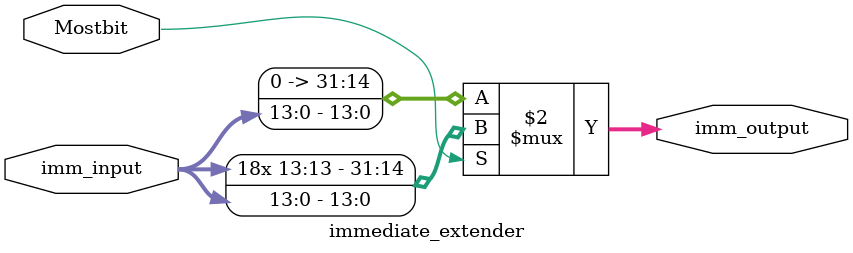
<source format=v>
module control_unit( 
    input [5:0] opcode,
	input stall,
	input [1:0]ForwardA,
	input [1:0]ForwardB,
	input Exception,
    output reg  RegWr, ExtOp,
    output reg [2:0] ALUOp,
    output reg MemRd, MemWr,
    output reg WBdata ,
	output reg  [1:0]RegDst,
	output reg  [1:0]RegReadB,
	output reg Data_write,
	output reg [1:0]ALUSrc
);
 
always @(*) 
begin
        // Default values
        RegDst = 0; RegWr = 0; ExtOp = 0;RegReadB = 0;
        ALUOp = 3'b000; ALUSrc = 0;
        MemRd = 0; MemWr = 0; WBdata = 0; Data_write=0;
		
		if (Exception ==1)
			begin
				RegDst = 0; 
				RegWr = 0; 
				ExtOp = 0;
				RegReadB = 0;
        		ALUOp = 3'b000; 
				ALUSrc = 0;
				MemRd = 0; 
				MemWr = 0; 
				WBdata = 0; 
				Data_write=0;
			end
		
		else if (stall) begin 
			//NOP control signal for all zero 
				
			if ((ForwardA==1 || ForwardB==1) && (opcode == 6'd8))
			begin
				
				    
			end
			else if(opcode == 6'd8) begin
				    RegDst = 0;
		            ALUSrc = 1;
		            WBdata = 1;
		            RegWr = 1;
		            MemRd = 1;
		            ALUOp = 3'b001;
		            ExtOp = 1;
				
			end		
			
			if(opcode == 6'd9) begin  
				   $display("hhhh");

				    RegDst = 1;
		            ALUSrc = 1;
		            MemWr = 1;
		            ALUOp = 3'b001;
		            ExtOp = 1;
				   RegReadB = 1;
				
			end		
			
		end else 
		begin
	        case (opcode) 
	 
	            6'd0: 
				begin // OR
	                RegDst = 0; RegWr = 1; ALUOp = 3'b000;
	            end
	            6'd1: 
				begin // ADD
	                RegDst = 0; RegWr = 1; ALUOp = 3'b001;
	            end
	            6'd2: 
				begin // SUB
	                RegDst = 0; RegWr = 1; ALUOp = 3'b010;
	            end
	            6'd3: 
				begin // CMP
	                RegDst = 0; RegWr = 1; ALUOp = 3'b011;
	            end
	            6'd4: 
				begin // ORI
	                ALUSrc = 1; RegWr = 1; ALUOp = 3'b000; ExtOp=0;
	            end
	            6'd5: 
				begin // ADDI
	                ALUSrc = 1; RegWr = 1; ALUOp = 3'b001; ExtOp=1; //RegReadB = 10; ããßä Ýí Îáá
	            end
	            6'd6: 
				begin // LW
	                RegDst = 0; ALUSrc = 1; WBdata = 1; RegWr = 1; MemRd = 1; ALUOp = 3'b001;ExtOp=1;
	            end
	            6'd7: 
				begin // SW
	                 ALUSrc = 1; MemWr = 1; ALUOp = 3'b001; ExtOp=1; RegReadB = 1;
	            end
	 
				6'd8: 
				   begin
		            RegDst = 1;
		            ALUSrc = 2;
		            WBdata = 1;
		            RegWr = 1;
		            MemRd = 1;
		            ALUOp = 3'b001;
		            ExtOp = 1;
		        end	 
				
	 			
	            6'd9: 
				begin // SWD  
		            RegDst = 2;
		            ALUSrc = 2;
		            MemWr = 1;
		            ALUOp = 3'b001;
		            ExtOp = 1;
					RegReadB = 2;
	            end	
	 
	            6'd10,6'd11, 6'd12: 
				begin // BZ, BGZ, BLZ
	                ALUOp = 3'b100;ExtOp = 1;
	            end
	            6'd13, 6'd14:
				begin // JR, J
	                ExtOp = 1;
	            end
				6'd15: 
				begin // CLL
	                RegDst = 2; RegWr = 1; Data_write=1; ExtOp = 1;
	            end
	        endcase
			end
    end
endmodule    
 
 
//IMM
module immediate_extender(
    input [13:0] imm_input,
    input Mostbit,
    output [31:0] imm_output
);
assign imm_output = (Mostbit == 1'b0) ? {18'b0, imm_input} :
                        {{18{imm_input[13]}}, imm_input};
endmodule
 

</source>
